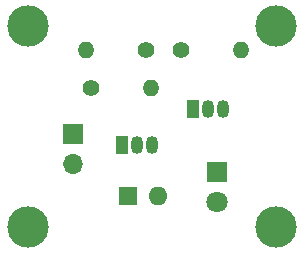
<source format=gbr>
%TF.GenerationSoftware,KiCad,Pcbnew,(5.1.12)-1*%
%TF.CreationDate,2023-08-26T20:12:22+05:30*%
%TF.ProjectId,low battery inductor,6c6f7720-6261-4747-9465-727920696e64,rev?*%
%TF.SameCoordinates,Original*%
%TF.FileFunction,Copper,L1,Top*%
%TF.FilePolarity,Positive*%
%FSLAX46Y46*%
G04 Gerber Fmt 4.6, Leading zero omitted, Abs format (unit mm)*
G04 Created by KiCad (PCBNEW (5.1.12)-1) date 2023-08-26 20:12:22*
%MOMM*%
%LPD*%
G01*
G04 APERTURE LIST*
%TA.AperFunction,ComponentPad*%
%ADD10C,1.800000*%
%TD*%
%TA.AperFunction,ComponentPad*%
%ADD11R,1.800000X1.800000*%
%TD*%
%TA.AperFunction,ComponentPad*%
%ADD12O,1.700000X1.700000*%
%TD*%
%TA.AperFunction,ComponentPad*%
%ADD13R,1.700000X1.700000*%
%TD*%
%TA.AperFunction,ComponentPad*%
%ADD14O,1.400000X1.400000*%
%TD*%
%TA.AperFunction,ComponentPad*%
%ADD15C,1.400000*%
%TD*%
%TA.AperFunction,ComponentPad*%
%ADD16R,1.050000X1.500000*%
%TD*%
%TA.AperFunction,ComponentPad*%
%ADD17O,1.050000X1.500000*%
%TD*%
%TA.AperFunction,ComponentPad*%
%ADD18O,1.600000X1.600000*%
%TD*%
%TA.AperFunction,ComponentPad*%
%ADD19R,1.600000X1.600000*%
%TD*%
%TA.AperFunction,ViaPad*%
%ADD20C,3.500000*%
%TD*%
G04 APERTURE END LIST*
D10*
%TO.P,D2,2*%
%TO.N,Net-(D2-Pad2)*%
X157020000Y-84870000D03*
D11*
%TO.P,D2,1*%
%TO.N,Earth*%
X157020000Y-82330000D03*
%TD*%
D12*
%TO.P,v1-12v1,2*%
%TO.N,Earth*%
X144825001Y-81665001D03*
D13*
%TO.P,v1-12v1,1*%
%TO.N,Net-(R1-Pad1)*%
X144825001Y-79125001D03*
%TD*%
D14*
%TO.P,R3,2*%
%TO.N,Net-(D2-Pad2)*%
X159080000Y-72000000D03*
D15*
%TO.P,R3,1*%
%TO.N,Net-(R1-Pad1)*%
X154000000Y-72000000D03*
%TD*%
D14*
%TO.P,R2,2*%
%TO.N,Net-(Q2-Pad2)*%
X151450000Y-75225001D03*
D15*
%TO.P,R2,1*%
%TO.N,Net-(Q1-Pad1)*%
X146370000Y-75225001D03*
%TD*%
D14*
%TO.P,R1,2*%
%TO.N,Net-(Q1-Pad3)*%
X145920000Y-72000000D03*
D15*
%TO.P,R1,1*%
%TO.N,Net-(R1-Pad1)*%
X151000000Y-72000000D03*
%TD*%
D16*
%TO.P,Q2,1*%
%TO.N,Net-(D2-Pad2)*%
X155000000Y-77000000D03*
D17*
%TO.P,Q2,3*%
%TO.N,Earth*%
X157540000Y-77000000D03*
%TO.P,Q2,2*%
%TO.N,Net-(Q2-Pad2)*%
X156270000Y-77000000D03*
%TD*%
D16*
%TO.P,Q1,1*%
%TO.N,Net-(Q1-Pad1)*%
X149000000Y-80000000D03*
D17*
%TO.P,Q1,3*%
%TO.N,Net-(Q1-Pad3)*%
X151540000Y-80000000D03*
%TO.P,Q1,2*%
%TO.N,Net-(D1-Pad1)*%
X150270000Y-80000000D03*
%TD*%
D18*
%TO.P,D1,2*%
%TO.N,Earth*%
X152000000Y-84325000D03*
D19*
%TO.P,D1,1*%
%TO.N,Net-(D1-Pad1)*%
X149460000Y-84325000D03*
%TD*%
D20*
%TO.N,*%
X141000000Y-70000000D03*
X162000000Y-70000000D03*
X141000000Y-87000000D03*
X162000000Y-87000000D03*
%TD*%
M02*

</source>
